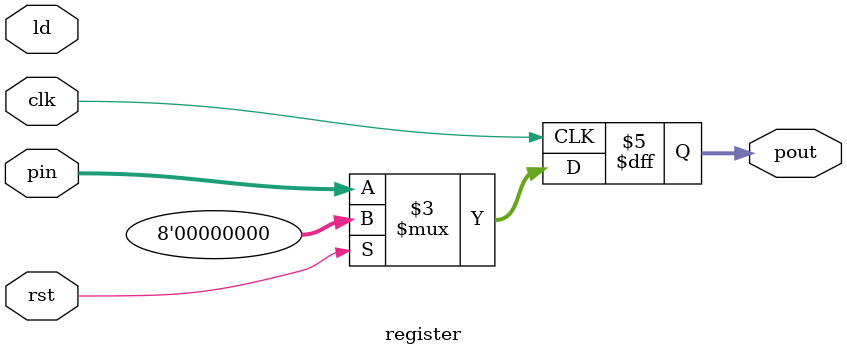
<source format=v>
module sign_extend (in , out);

    parameter N = 16;
    input [N-1:0]in;
    output [(2*N)-1:0]out;

    assign out = {{((2*N)-1){in[N-1]}},in};
    
endmodule

module mux2to1 (a,b,s,w);

    parameter N = 8;
    input [N-1:0]a;
    input [N-1:0]b;
    input s;
    output [N-1:0]w;

    assign w = (s==1'b0) ? a : b; 
    
endmodule

module mux3to1 (a,b,c,s,w);

    parameter N = 8;
    input [N-1:0]a;
    input [N-1:0]b;
    input [N-1:0]c;
    input [1:0]s;
    output reg [N-1:0]w;

    always @(a,b,c,s) begin
        case (s)
            2'b00 : w = a; 
            2'b01 : w = b; 
            2'b10 : w = c; 
        endcase
    end
    
endmodule

module adder (a,b,cin,result,cout);
    
    parameter N = 8;
    input [N-1:0]a;
    input [N-1:0]b;
    input cin;
    output cout;
    output [N-1:0]result;
    
    assign {cout,result} = a + b + cin; 

endmodule

module shl_e (in , out);

    input [25:0]in;
    output [27:0]out;

    assign out = {in , 2'b00};
    
endmodule

module shl_2 (in , out);

    input [31:0]in;
    output [31:0]out;

    assign out = in << 2;
    
endmodule

module register (clk,pin,ld,rst,pout);
    
    parameter N = 8;
    input clk;
    input ld;
    input rst;
    input [N-1:0]pin;
    output reg [N-1:0]pout;

    always @(posedge clk) begin
        if(rst) pout <= 0;
        else pout <= pin;
    end

endmodule

</source>
